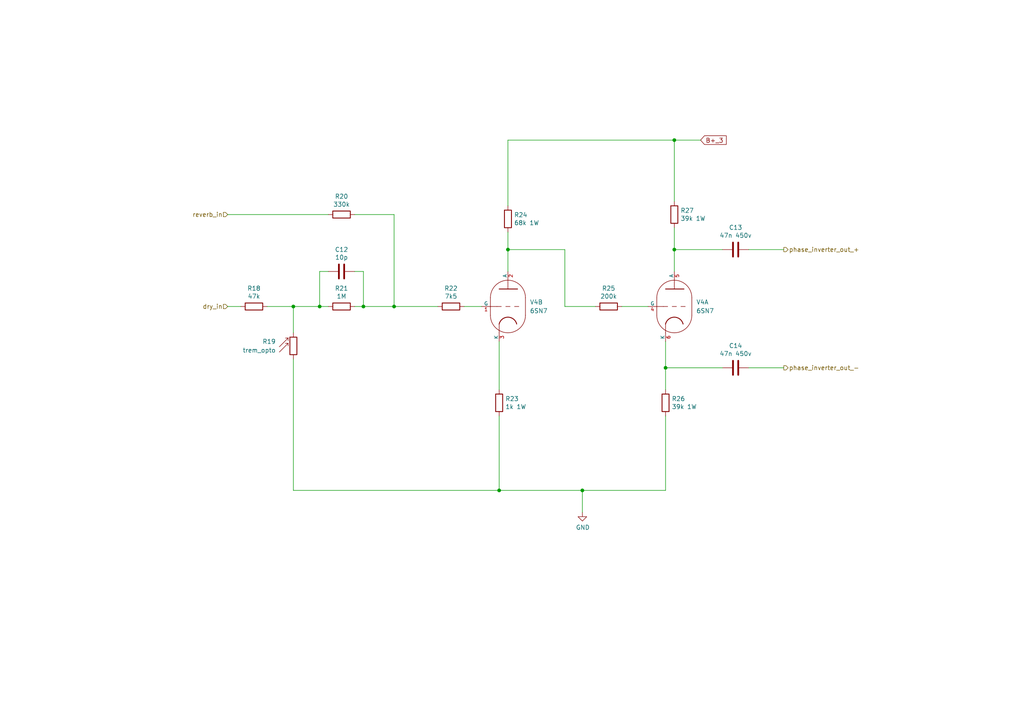
<source format=kicad_sch>
(kicad_sch (version 20211123) (generator eeschema)
  (paper "A4")
  (title_block (title "cf 12 watt class AB tube amp") (date "2022-01-03") (rev "0") (comment 1 "creativecommons.org/licenses/by/4.0/") (comment 2 "License: CC by 4.0") (comment 3 "Author: Jordan Aceto"))
  (lib_symbols
    (symbol "Device:C" (pin_numbers hide) (pin_names (offset 0.254))
      (property "Reference" "C" (at 0.635 2.54 0))
      (property "Value" "C" (at 0.635 -2.54 0))
      (symbol "C_0_1"
        (polyline (pts (xy -2.032 -0.762) (xy 2.032 -0.762)) (stroke (width 0.508)))
        (polyline (pts (xy -2.032 0.762) (xy 2.032 0.762)) (stroke (width 0.508)))
      )
      (symbol "C_1_1"
        (pin passive line (at 0 3.81 270) (length 2.794) (name "~") (number "1"))
        (pin passive line (at 0 -3.81 90) (length 2.794) (name "~") (number "2"))
      )
    )
    (symbol "Device:R" (pin_numbers hide) (pin_names (offset 0))
      (property "Reference" "R" (at 2.032 0 90))
      (property "Value" "R" (at 0 0 90))
      (symbol "R_0_1"
        (rectangle (start -1.016 -2.54) (end 1.016 2.54) (stroke (width 0.254)))
      )
      (symbol "R_1_1"
        (pin passive line (at 0 3.81 270) (length 1.27) (name "~") (number "1"))
        (pin passive line (at 0 -3.81 90) (length 1.27) (name "~") (number "2"))
      )
    )
    (symbol "Device:R_Photo" (pin_numbers hide) (pin_names (offset 0))
      (property "Reference" "R" (at 1.27 1.27 0))
      (property "Value" "R_Photo" (at 1.27 0 0))
      (symbol "R_Photo_0_1"
        (rectangle (start -1.016 2.54) (end 1.016 -2.54) (stroke (width 0.254)))
        (polyline (pts (xy -1.524 -2.286) (xy -4.064 0.254)))
        (polyline (pts (xy -1.524 -2.286) (xy -2.286 -2.286)))
        (polyline (pts (xy -1.524 -2.286) (xy -1.524 -1.524)))
        (polyline (pts (xy -1.524 -0.762) (xy -4.064 1.778)))
        (polyline (pts (xy -1.524 -0.762) (xy -2.286 -0.762)))
        (polyline (pts (xy -1.524 -0.762) (xy -1.524 0)))
      )
      (symbol "R_Photo_1_1"
        (pin passive line (at 0 3.81 270) (length 1.27) (name "~") (number "1"))
        (pin passive line (at 0 -3.81 90) (length 1.27) (name "~") (number "2"))
      )
    )
    (symbol "custom_symbols:6SN7" (pin_names (offset 0))
      (property "Reference" "U" (at 3.302 7.874 0))
      (property "Value" "6SN7" (at 8.89 -7.62 0))
      (symbol "6SN7_0_1"
        (arc (start -5.08 -2.54) (mid 0 -7.62) (end 5.08 -2.54))
        (polyline (pts (xy 5.08 2.54) (xy 5.08 -2.54)))
        (polyline (pts (xy -5.08 2.54) (xy -5.08 -2.54) (xy -5.08 -2.54)))
        (arc (start 5.08 2.54) (mid 0 7.62) (end -5.08 2.54))
      )
      (symbol "6SN7_1_0"
        (polyline (pts (xy -2.54 -5.08) (xy -2.54 -7.62)))
        (polyline (pts (xy 0 5.08) (xy 0 7.62)))
      )
      (symbol "6SN7_1_1"
        (polyline (pts (xy -5.08 0) (xy -3.175 0)))
        (polyline (pts (xy -1.905 0) (xy -3.175 0)) (stroke (width 0.1524)))
        (polyline (pts (xy -0.635 0) (xy 0.635 0)) (stroke (width 0.1524)))
        (polyline (pts (xy 1.905 0) (xy 3.175 0)) (stroke (width 0.1524)))
        (polyline (pts (xy -2.54 5.08) (xy 2.794 5.08) (xy 2.794 5.08)) (stroke (width 0.254)))
        (arc (start 2.54 -5.08) (mid 0 -3.0968) (end -2.54 -5.08) (stroke (width 0.254)))
        (pin input line (at -7.62 0 0) (length 2.54) (name "G") (number "4"))
        (pin output line (at 0 10.16 270) (length 2.54) (name "A") (number "5"))
        (pin bidirectional line (at -2.54 -10.16 90) (length 2.54) (name "K") (number "6"))
      )
      (symbol "6SN7_2_0"
        (polyline (pts (xy -2.54 -5.08) (xy -2.54 -7.62)))
        (polyline (pts (xy 0 5.08) (xy 0 7.62)))
      )
      (symbol "6SN7_2_1"
        (polyline (pts (xy -5.08 0) (xy -3.175 0)))
        (polyline (pts (xy -1.905 0) (xy -3.175 0)) (stroke (width 0.1524)))
        (polyline (pts (xy -0.635 0) (xy 0.635 0)) (stroke (width 0.1524)))
        (polyline (pts (xy 1.905 0) (xy 3.175 0)) (stroke (width 0.1524)))
        (polyline (pts (xy -2.54 5.08) (xy 2.794 5.08) (xy 2.794 5.08)) (stroke (width 0.254)))
        (arc (start 2.54 -5.08) (mid 0 -3.0968) (end -2.54 -5.08) (stroke (width 0.254)))
        (pin input line (at -7.62 0 0) (length 2.54) (name "G") (number "1"))
        (pin output line (at 0 10.16 270) (length 2.54) (name "A") (number "2"))
        (pin bidirectional line (at -2.54 -10.16 90) (length 2.54) (name "K") (number "3"))
      )
      (symbol "6SN7_3_1"
        (arc (start 1.27 -6.35) (mid 0 -5.5651) (end -1.27 -6.35))
        (pin passive line (at -1.27 -11.43 90) (length 5.08) (name "F1") (number "7"))
        (pin passive line (at 1.27 -11.43 90) (length 5.08) (name "F2") (number "8"))
      )
    )
    (symbol "power:GND" (power) (pin_names (offset 0))
      (property "Value" "GND" (at 0 -3.81 0))
      (symbol "GND_0_1"
        (polyline (pts (xy 0 0) (xy 0 -1.27) (xy 1.27 -1.27) (xy 0 -2.54) (xy -1.27 -1.27) (xy 0 -1.27)))
      )
      (symbol "GND_1_1"
        (pin power_in line (at 0 0 270) (length 0) hide (name "GND") (number "1"))
      )
    )
  )
  (junction (at 195.58 72.39))
  (junction (at 193.04 106.68))
  (junction (at 147.32 72.39))
  (junction (at 195.58 40.64))
  (junction (at 105.41 88.9))
  (junction (at 114.3 88.9))
  (junction (at 85.09 88.9))
  (junction (at 92.71 88.9))
  (junction (at 144.78 142.24))
  (junction (at 168.91 142.24))
  (wire (pts (xy 187.96 88.9) (xy 180.34 88.9)))
  (wire (pts (xy 193.04 106.68) (xy 193.04 113.03)))
  (wire (pts (xy 114.3 62.23) (xy 114.3 88.9)))
  (wire (pts (xy 193.04 142.24) (xy 193.04 120.65)))
  (wire (pts (xy 85.09 104.14) (xy 85.09 142.24)))
  (wire (pts (xy 147.32 78.74) (xy 147.32 72.39)))
  (wire (pts (xy 227.33 72.39) (xy 217.17 72.39)))
  (wire (pts (xy 144.78 120.65) (xy 144.78 142.24)))
  (wire (pts (xy 209.55 72.39) (xy 195.58 72.39)))
  (wire (pts (xy 195.58 72.39) (xy 195.58 66.04)))
  (wire (pts (xy 105.41 78.74) (xy 105.41 88.9)))
  (wire (pts (xy 105.41 88.9) (xy 102.87 88.9)))
  (wire (pts (xy 168.91 142.24) (xy 168.91 148.59)))
  (wire (pts (xy 114.3 88.9) (xy 105.41 88.9)))
  (wire (pts (xy 195.58 78.74) (xy 195.58 72.39)))
  (wire (pts (xy 227.33 106.68) (xy 217.17 106.68)))
  (wire (pts (xy 163.83 72.39) (xy 147.32 72.39)))
  (wire (pts (xy 144.78 99.06) (xy 144.78 113.03)))
  (wire (pts (xy 85.09 88.9) (xy 77.47 88.9)))
  (wire (pts (xy 193.04 106.68) (xy 193.04 99.06)))
  (wire (pts (xy 163.83 88.9) (xy 163.83 72.39)))
  (wire (pts (xy 172.72 88.9) (xy 163.83 88.9)))
  (wire (pts (xy 195.58 58.42) (xy 195.58 40.64)))
  (wire (pts (xy 134.62 88.9) (xy 139.7 88.9)))
  (wire (pts (xy 114.3 88.9) (xy 127 88.9)))
  (wire (pts (xy 66.04 62.23) (xy 95.25 62.23)))
  (wire (pts (xy 147.32 72.39) (xy 147.32 67.31)))
  (wire (pts (xy 147.32 59.69) (xy 147.32 40.64)))
  (wire (pts (xy 95.25 78.74) (xy 92.71 78.74)))
  (wire (pts (xy 92.71 78.74) (xy 92.71 88.9)))
  (wire (pts (xy 92.71 88.9) (xy 95.25 88.9)))
  (wire (pts (xy 147.32 40.64) (xy 195.58 40.64)))
  (wire (pts (xy 85.09 88.9) (xy 92.71 88.9)))
  (wire (pts (xy 102.87 78.74) (xy 105.41 78.74)))
  (wire (pts (xy 102.87 62.23) (xy 114.3 62.23)))
  (wire (pts (xy 85.09 142.24) (xy 144.78 142.24)))
  (wire (pts (xy 209.55 106.68) (xy 193.04 106.68)))
  (wire (pts (xy 144.78 142.24) (xy 168.91 142.24)))
  (wire (pts (xy 66.04 88.9) (xy 69.85 88.9)))
  (wire (pts (xy 203.2 40.64) (xy 195.58 40.64)))
  (wire (pts (xy 85.09 96.52) (xy 85.09 88.9)))
  (wire (pts (xy 168.91 142.24) (xy 193.04 142.24)))
  (global_label "B+_3" (shape input) (at 203.2 40.64 0) (property "Intersheet References" "${INTERSHEET_REFS}" (effects hide)))
  (hierarchical_label "phase_inverter_out_+" (shape output) (at 227.33 72.39 0))
  (hierarchical_label "dry_in" (shape input) (at 66.04 88.9 180))
  (hierarchical_label "reverb_in" (shape input) (at 66.04 62.23 180))
  (hierarchical_label "phase_inverter_out_-" (shape output) (at 227.33 106.68 0))
  (symbol (lib_id "Device:R") (at 195.58 62.23 0) (unit 1)
    (property "Reference" "R27" (at 197.358 61.0616 0) (effects (justify left)))
    (property "Value" "39k 1W" (at 197.358 63.373 0) (effects (justify left)))
  )
  (symbol (lib_id "Device:R") (at 193.04 116.84 0) (unit 1)
    (property "Reference" "R26" (at 194.818 115.6716 0) (effects (justify left)))
    (property "Value" "39k 1W" (at 194.818 117.983 0) (effects (justify left)))
  )
  (symbol (lib_id "Device:R") (at 176.53 88.9 270) (unit 1)
    (property "Reference" "R25" (at 176.53 83.6422 90))
    (property "Value" "200k" (at 176.53 85.9536 90))
  )
  (symbol (lib_id "Device:R") (at 144.78 116.84 0) (unit 1)
    (property "Reference" "R23" (at 146.558 115.6716 0) (effects (justify left)))
    (property "Value" "1k 1W" (at 146.558 117.983 0) (effects (justify left)))
  )
  (symbol (lib_id "Device:C") (at 213.36 72.39 270) (unit 1)
    (property "Reference" "C13" (at 213.36 65.9892 90))
    (property "Value" "47n 450v" (at 213.36 68.3006 90))
  )
  (symbol (lib_id "Device:C") (at 213.36 106.68 270) (unit 1)
    (property "Reference" "C14" (at 213.36 100.2792 90))
    (property "Value" "47n 450v" (at 213.36 102.5906 90))
  )
  (symbol (lib_id "Device:R") (at 130.81 88.9 270) (unit 1)
    (property "Reference" "R22" (at 130.81 83.6422 90))
    (property "Value" "7k5" (at 130.81 85.9536 90))
  )
  (symbol (lib_id "Device:R") (at 147.32 63.5 0) (unit 1)
    (property "Reference" "R24" (at 149.098 62.3316 0) (effects (justify left)))
    (property "Value" "68k 1W" (at 149.098 64.643 0) (effects (justify left)))
  )
  (symbol (lib_id "power:GND") (at 168.91 148.59 0) (unit 1)
    (property "Reference" "#PWR08" (effects hide))
    (property "Value" "GND" (at 169.037 152.9842 0))
  )
  (symbol (lib_id "Device:R") (at 99.06 88.9 270) (unit 1)
    (property "Reference" "R21" (at 99.06 83.6422 90))
    (property "Value" "1M" (at 99.06 85.9536 90))
  )
  (symbol (lib_id "Device:R_Photo") (at 85.09 100.33 0) (mirror x) (unit 1)
    (property "Reference" "R19" (at 80.01 99.0599 0) (effects (justify right)))
    (property "Value" "trem_opto" (at 80.01 101.5999 0) (effects (justify right)))
  )
  (symbol (lib_id "Device:R") (at 73.66 88.9 270) (unit 1)
    (property "Reference" "R18" (at 73.66 83.6422 90))
    (property "Value" "47k" (at 73.66 85.9536 90))
  )
  (symbol (lib_id "custom_symbols:6SN7") (at 147.32 88.9 0) (unit 2)
    (property "Reference" "V4" (at 153.67 87.6299 0) (effects (justify left)))
    (property "Value" "6SN7" (at 153.67 90.1699 0) (effects (justify left)))
    (property "Footprint" "octal" (effects hide))
  )
  (symbol (lib_id "custom_symbols:6SN7") (at 195.58 88.9 0) (unit 1)
    (property "Reference" "V4" (at 201.93 87.6299 0) (effects (justify left)))
    (property "Value" "6SN7" (at 201.93 90.1699 0) (effects (justify left)))
    (property "Footprint" "octal" (effects hide))
  )
  (symbol (lib_id "Device:R") (at 99.06 62.23 270) (unit 1)
    (property "Reference" "R20" (at 99.06 56.9722 90))
    (property "Value" "330k" (at 99.06 59.2836 90))
  )
  (symbol (lib_id "Device:C") (at 99.06 78.74 270) (unit 1)
    (property "Reference" "C12" (at 99.06 72.39 90))
    (property "Value" "10p" (at 99.06 74.6506 90))
  )
)
</source>
